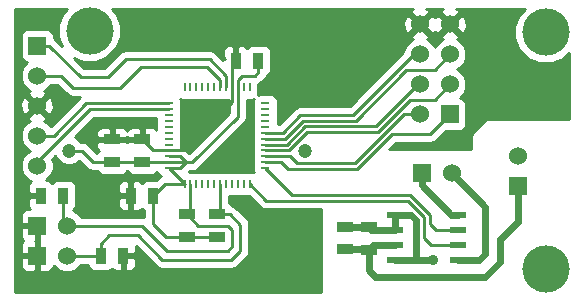
<source format=gtl>
G04 (created by PCBNEW (2013-jul-07)-stable) date Ср. 13 мая 2015 13:25:06*
%MOIN*%
G04 Gerber Fmt 3.4, Leading zero omitted, Abs format*
%FSLAX34Y34*%
G01*
G70*
G90*
G04 APERTURE LIST*
%ADD10C,0.00590551*%
%ADD11R,0.055X0.035*%
%ADD12R,0.035X0.055*%
%ADD13R,0.06X0.06*%
%ADD14C,0.06*%
%ADD15R,0.0315X0.0098*%
%ADD16R,0.0315X0.0099*%
%ADD17R,0.0098X0.0315*%
%ADD18R,0.0099X0.0315*%
%ADD19C,0.0472441*%
%ADD20C,0.15748*%
%ADD21R,0.0551X0.0236*%
%ADD22C,0.0354331*%
%ADD23C,0.00984252*%
%ADD24C,0.023622*%
%ADD25C,0.01*%
G04 APERTURE END LIST*
G54D10*
G54D11*
X49000Y-18125D03*
X49000Y-18875D03*
X48000Y-18125D03*
X48000Y-18875D03*
X45500Y-16375D03*
X45500Y-15625D03*
G54D12*
X49625Y-13000D03*
X50375Y-13000D03*
X46125Y-17500D03*
X46875Y-17500D03*
G54D11*
X46500Y-15625D03*
X46500Y-16375D03*
G54D12*
X43125Y-17500D03*
X43875Y-17500D03*
X45875Y-19500D03*
X45125Y-19500D03*
G54D13*
X43000Y-12500D03*
G54D14*
X43000Y-13500D03*
X43000Y-14500D03*
X43000Y-15500D03*
X43000Y-16500D03*
G54D13*
X43000Y-18500D03*
G54D14*
X44000Y-18500D03*
G54D13*
X43000Y-19500D03*
G54D14*
X44000Y-19500D03*
G54D13*
X59025Y-17180D03*
G54D14*
X59025Y-16180D03*
G54D13*
X55820Y-16745D03*
G54D14*
X56820Y-16745D03*
G54D15*
X47387Y-16582D03*
G54D16*
X47387Y-16385D03*
X47387Y-16188D03*
X47387Y-15991D03*
G54D15*
X47387Y-15795D03*
X47387Y-15598D03*
X47387Y-15402D03*
X47387Y-15205D03*
G54D16*
X47387Y-15009D03*
X47387Y-14812D03*
X47387Y-14615D03*
G54D15*
X47387Y-14418D03*
G54D17*
X47918Y-13887D03*
G54D18*
X48115Y-13887D03*
X48312Y-13887D03*
X48509Y-13887D03*
G54D17*
X48705Y-13887D03*
X48902Y-13887D03*
X49098Y-13887D03*
X49295Y-13887D03*
G54D18*
X49491Y-13887D03*
X49688Y-13887D03*
X49885Y-13887D03*
G54D17*
X50082Y-13887D03*
G54D15*
X50613Y-16582D03*
G54D16*
X50613Y-16385D03*
X50613Y-16188D03*
X50613Y-15991D03*
G54D15*
X50613Y-15795D03*
X50613Y-15598D03*
X50613Y-15402D03*
X50613Y-15205D03*
G54D16*
X50613Y-15009D03*
X50613Y-14812D03*
X50613Y-14615D03*
G54D15*
X50613Y-14418D03*
G54D17*
X47918Y-17113D03*
G54D18*
X48115Y-17113D03*
X48312Y-17113D03*
X48509Y-17113D03*
G54D17*
X48705Y-17113D03*
X48902Y-17113D03*
X49098Y-17113D03*
X49295Y-17113D03*
G54D18*
X49491Y-17113D03*
X49688Y-17113D03*
X49885Y-17113D03*
G54D17*
X50082Y-17113D03*
G54D19*
X44062Y-16000D03*
X51937Y-16000D03*
G54D20*
X59950Y-12050D03*
X59950Y-19950D03*
X44750Y-12000D03*
G54D21*
X57045Y-18135D03*
X54945Y-18135D03*
X57045Y-18635D03*
X57045Y-19135D03*
X57045Y-19635D03*
X54945Y-18635D03*
X54945Y-19135D03*
X54945Y-19635D03*
G54D11*
X53260Y-19290D03*
X53260Y-18540D03*
X54050Y-18550D03*
X54050Y-19300D03*
G54D13*
X56765Y-14790D03*
G54D14*
X55765Y-14790D03*
X56765Y-13790D03*
X55765Y-13790D03*
X56765Y-12790D03*
X55765Y-12790D03*
X56765Y-11790D03*
X55765Y-11790D03*
G54D22*
X56190Y-19650D03*
X49500Y-16000D03*
X46500Y-19750D03*
X42500Y-17500D03*
X48500Y-15000D03*
X48000Y-14500D03*
X49000Y-14500D03*
X48000Y-15500D03*
X45320Y-17660D03*
X49515Y-12300D03*
X44910Y-15600D03*
G54D23*
X50613Y-16385D02*
X51135Y-16385D01*
X56115Y-15440D02*
X56765Y-14790D01*
X54830Y-15440D02*
X56115Y-15440D01*
X53660Y-16610D02*
X54830Y-15440D01*
X51360Y-16610D02*
X53660Y-16610D01*
X51135Y-16385D02*
X51360Y-16610D01*
X50613Y-16188D02*
X51438Y-16188D01*
X55218Y-14790D02*
X55765Y-14790D01*
X53583Y-16424D02*
X55218Y-14790D01*
X51675Y-16424D02*
X53583Y-16424D01*
X51438Y-16188D02*
X51675Y-16424D01*
X50613Y-15991D02*
X51394Y-15991D01*
X56255Y-14300D02*
X56765Y-13790D01*
X55446Y-14300D02*
X56255Y-14300D01*
X54373Y-15373D02*
X55446Y-14300D01*
X52011Y-15373D02*
X54373Y-15373D01*
X51394Y-15991D02*
X52011Y-15373D01*
X50613Y-15795D02*
X51328Y-15795D01*
X55694Y-13790D02*
X55765Y-13790D01*
X54296Y-15188D02*
X55694Y-13790D01*
X51935Y-15188D02*
X54296Y-15188D01*
X51328Y-15795D02*
X51935Y-15188D01*
X50613Y-15598D02*
X51263Y-15598D01*
X56250Y-13305D02*
X56765Y-12790D01*
X55315Y-13305D02*
X56250Y-13305D01*
X53616Y-15003D02*
X55315Y-13305D01*
X51858Y-15003D02*
X53616Y-15003D01*
X51263Y-15598D02*
X51858Y-15003D01*
X50613Y-15402D02*
X51197Y-15402D01*
X55568Y-12790D02*
X55765Y-12790D01*
X53540Y-14818D02*
X55568Y-12790D01*
X51781Y-14818D02*
X53540Y-14818D01*
X51197Y-15402D02*
X51781Y-14818D01*
G54D24*
X57045Y-18135D02*
X56810Y-18135D01*
X55820Y-17145D02*
X55820Y-16745D01*
X56810Y-18135D02*
X55820Y-17145D01*
X57045Y-19635D02*
X57735Y-19635D01*
X57940Y-17865D02*
X56820Y-16745D01*
X57940Y-19430D02*
X57940Y-17865D01*
X57735Y-19635D02*
X57940Y-19430D01*
X56175Y-19635D02*
X55575Y-19635D01*
X56190Y-19650D02*
X56175Y-19635D01*
X54945Y-19635D02*
X55575Y-19635D01*
X55455Y-18135D02*
X54945Y-18135D01*
X55645Y-18325D02*
X55455Y-18135D01*
X55645Y-19565D02*
X55645Y-18325D01*
X55575Y-19635D02*
X55645Y-19565D01*
X54945Y-18135D02*
X54945Y-18635D01*
X54945Y-18635D02*
X54135Y-18635D01*
X54135Y-18635D02*
X54050Y-18550D01*
X53260Y-18540D02*
X54040Y-18540D01*
X54040Y-18540D02*
X54050Y-18550D01*
G54D23*
X45875Y-19500D02*
X46250Y-19500D01*
X46250Y-19500D02*
X46500Y-19750D01*
X43125Y-17500D02*
X42500Y-17500D01*
X48055Y-15805D02*
X48055Y-15555D01*
X48500Y-15000D02*
X48680Y-15180D01*
X49000Y-14500D02*
X48000Y-14500D01*
X48055Y-15555D02*
X48000Y-15500D01*
X46125Y-17500D02*
X45480Y-17500D01*
X45480Y-17500D02*
X45320Y-17660D01*
X49491Y-13887D02*
X49491Y-14369D01*
X49491Y-14369D02*
X48680Y-15180D01*
X47869Y-15991D02*
X47387Y-15991D01*
X48055Y-15805D02*
X47869Y-15991D01*
X49625Y-12410D02*
X49625Y-13000D01*
X49515Y-12300D02*
X49625Y-12410D01*
X44935Y-15625D02*
X45500Y-15625D01*
X44910Y-15600D02*
X44935Y-15625D01*
X49491Y-13887D02*
X49491Y-13134D01*
X49491Y-13134D02*
X49625Y-13000D01*
X46500Y-15625D02*
X45500Y-15625D01*
X47387Y-15991D02*
X46866Y-15991D01*
X46866Y-15991D02*
X46500Y-15625D01*
X57045Y-18635D02*
X56282Y-18635D01*
X51505Y-17474D02*
X50613Y-16582D01*
X55434Y-17474D02*
X51505Y-17474D01*
X56097Y-18137D02*
X55434Y-17474D01*
X56097Y-18450D02*
X56097Y-18137D01*
X56282Y-18635D02*
X56097Y-18450D01*
X57045Y-19135D02*
X56125Y-19135D01*
X50629Y-17660D02*
X50082Y-17113D01*
X55358Y-17660D02*
X50629Y-17660D01*
X55912Y-18214D02*
X55358Y-17660D01*
X55912Y-18922D02*
X55912Y-18214D01*
X56125Y-19135D02*
X55912Y-18922D01*
X43000Y-16500D02*
X43000Y-16380D01*
X44765Y-14615D02*
X47387Y-14615D01*
X43000Y-16380D02*
X44765Y-14615D01*
X44000Y-18500D02*
X46490Y-18500D01*
X48370Y-18495D02*
X48000Y-18125D01*
X49355Y-18495D02*
X48370Y-18495D01*
X49510Y-18650D02*
X49355Y-18495D01*
X49510Y-19180D02*
X49510Y-18650D01*
X49350Y-19340D02*
X49510Y-19180D01*
X47330Y-19340D02*
X49350Y-19340D01*
X46490Y-18500D02*
X47330Y-19340D01*
X43875Y-17500D02*
X43875Y-18375D01*
X43875Y-18375D02*
X44000Y-18500D01*
X48115Y-17113D02*
X48115Y-18010D01*
X48115Y-18010D02*
X48000Y-18125D01*
X47387Y-14418D02*
X44642Y-14418D01*
X43560Y-15500D02*
X43000Y-15500D01*
X44642Y-14418D02*
X43560Y-15500D01*
X45125Y-19500D02*
X45125Y-19105D01*
X49430Y-18125D02*
X49000Y-18125D01*
X49775Y-18470D02*
X49430Y-18125D01*
X49775Y-19335D02*
X49775Y-18470D01*
X49475Y-19635D02*
X49775Y-19335D01*
X47180Y-19635D02*
X49475Y-19635D01*
X46370Y-18825D02*
X47180Y-19635D01*
X45405Y-18825D02*
X46370Y-18825D01*
X45125Y-19105D02*
X45405Y-18825D01*
X45125Y-19500D02*
X44000Y-19500D01*
X49098Y-17113D02*
X49098Y-18027D01*
X49098Y-18027D02*
X49000Y-18125D01*
X49295Y-13887D02*
X49295Y-13495D01*
X43400Y-12500D02*
X43000Y-12500D01*
X44450Y-13550D02*
X43400Y-12500D01*
X45350Y-13550D02*
X44450Y-13550D01*
X45950Y-12950D02*
X45350Y-13550D01*
X48750Y-12950D02*
X45950Y-12950D01*
X49295Y-13495D02*
X48750Y-12950D01*
X43000Y-13500D02*
X43800Y-13500D01*
X49098Y-13648D02*
X49098Y-13887D01*
X48650Y-13200D02*
X49098Y-13648D01*
X46450Y-13200D02*
X48650Y-13200D01*
X45750Y-13900D02*
X46450Y-13200D01*
X44200Y-13900D02*
X45750Y-13900D01*
X43800Y-13500D02*
X44200Y-13900D01*
G54D24*
X59025Y-17180D02*
X59025Y-18365D01*
X54050Y-19990D02*
X54050Y-19300D01*
X54280Y-20220D02*
X54050Y-19990D01*
X57940Y-20220D02*
X54280Y-20220D01*
X58440Y-19720D02*
X57940Y-20220D01*
X58440Y-18950D02*
X58440Y-19720D01*
X59025Y-18365D02*
X58440Y-18950D01*
X54945Y-19135D02*
X54215Y-19135D01*
X54215Y-19135D02*
X54050Y-19300D01*
X53260Y-19290D02*
X54040Y-19290D01*
X54040Y-19290D02*
X54050Y-19300D01*
G54D23*
X47387Y-16582D02*
X47758Y-16582D01*
X47758Y-16582D02*
X47955Y-16385D01*
X47387Y-16188D02*
X47758Y-16188D01*
X47758Y-16188D02*
X47955Y-16385D01*
X46875Y-17500D02*
X46875Y-18445D01*
X47305Y-18875D02*
X48000Y-18875D01*
X46875Y-18445D02*
X47305Y-18875D01*
X49000Y-18875D02*
X48000Y-18875D01*
X44062Y-16000D02*
X44485Y-16000D01*
X44860Y-16375D02*
X45500Y-16375D01*
X44485Y-16000D02*
X44860Y-16375D01*
X49688Y-13887D02*
X49688Y-14862D01*
X48165Y-16385D02*
X47955Y-16385D01*
X49688Y-14862D02*
X48165Y-16385D01*
X47955Y-16385D02*
X47387Y-16385D01*
X47918Y-17113D02*
X47387Y-16582D01*
X47918Y-17113D02*
X47262Y-17113D01*
X47262Y-17113D02*
X46875Y-17500D01*
X49688Y-13887D02*
X49688Y-13627D01*
X50375Y-13390D02*
X50375Y-13000D01*
X50270Y-13495D02*
X50375Y-13390D01*
X49820Y-13495D02*
X50270Y-13495D01*
X49688Y-13627D02*
X49820Y-13495D01*
X46500Y-16375D02*
X45500Y-16375D01*
X47387Y-16385D02*
X46510Y-16385D01*
X46510Y-16385D02*
X46500Y-16375D01*
G54D10*
G36*
X46979Y-15108D02*
X46979Y-15205D01*
X46979Y-15300D01*
X46916Y-15238D01*
X46824Y-15200D01*
X46725Y-15199D01*
X46612Y-15200D01*
X46550Y-15262D01*
X46550Y-15575D01*
X46557Y-15575D01*
X46557Y-15675D01*
X46550Y-15675D01*
X46550Y-15682D01*
X46450Y-15682D01*
X46450Y-15675D01*
X46450Y-15575D01*
X46450Y-15262D01*
X46387Y-15200D01*
X46274Y-15199D01*
X46175Y-15200D01*
X46083Y-15238D01*
X46012Y-15308D01*
X46000Y-15339D01*
X45987Y-15308D01*
X45916Y-15238D01*
X45824Y-15200D01*
X45725Y-15199D01*
X45612Y-15200D01*
X45550Y-15262D01*
X45550Y-15575D01*
X45962Y-15575D01*
X46000Y-15537D01*
X46037Y-15575D01*
X46450Y-15575D01*
X46450Y-15675D01*
X46037Y-15675D01*
X46000Y-15712D01*
X45962Y-15675D01*
X45550Y-15675D01*
X45550Y-15682D01*
X45450Y-15682D01*
X45450Y-15675D01*
X45450Y-15575D01*
X45450Y-15262D01*
X45387Y-15200D01*
X45274Y-15199D01*
X45175Y-15200D01*
X45083Y-15238D01*
X45012Y-15308D01*
X44974Y-15400D01*
X44975Y-15512D01*
X45037Y-15575D01*
X45450Y-15575D01*
X45450Y-15675D01*
X45037Y-15675D01*
X44975Y-15737D01*
X44974Y-15849D01*
X45012Y-15941D01*
X45071Y-16000D01*
X45013Y-16058D01*
X45005Y-16075D01*
X44983Y-16075D01*
X44696Y-15788D01*
X44599Y-15723D01*
X44485Y-15700D01*
X44451Y-15700D01*
X44338Y-15588D01*
X44251Y-15551D01*
X44888Y-14914D01*
X46979Y-14914D01*
X46979Y-15009D01*
X46979Y-15108D01*
X46979Y-15108D01*
X46979Y-15108D01*
G37*
G54D25*
X46979Y-15108D02*
X46979Y-15205D01*
X46979Y-15300D01*
X46916Y-15238D01*
X46824Y-15200D01*
X46725Y-15199D01*
X46612Y-15200D01*
X46550Y-15262D01*
X46550Y-15575D01*
X46557Y-15575D01*
X46557Y-15675D01*
X46550Y-15675D01*
X46550Y-15682D01*
X46450Y-15682D01*
X46450Y-15675D01*
X46450Y-15575D01*
X46450Y-15262D01*
X46387Y-15200D01*
X46274Y-15199D01*
X46175Y-15200D01*
X46083Y-15238D01*
X46012Y-15308D01*
X46000Y-15339D01*
X45987Y-15308D01*
X45916Y-15238D01*
X45824Y-15200D01*
X45725Y-15199D01*
X45612Y-15200D01*
X45550Y-15262D01*
X45550Y-15575D01*
X45962Y-15575D01*
X46000Y-15537D01*
X46037Y-15575D01*
X46450Y-15575D01*
X46450Y-15675D01*
X46037Y-15675D01*
X46000Y-15712D01*
X45962Y-15675D01*
X45550Y-15675D01*
X45550Y-15682D01*
X45450Y-15682D01*
X45450Y-15675D01*
X45450Y-15575D01*
X45450Y-15262D01*
X45387Y-15200D01*
X45274Y-15199D01*
X45175Y-15200D01*
X45083Y-15238D01*
X45012Y-15308D01*
X44974Y-15400D01*
X44975Y-15512D01*
X45037Y-15575D01*
X45450Y-15575D01*
X45450Y-15675D01*
X45037Y-15675D01*
X44975Y-15737D01*
X44974Y-15849D01*
X45012Y-15941D01*
X45071Y-16000D01*
X45013Y-16058D01*
X45005Y-16075D01*
X44983Y-16075D01*
X44696Y-15788D01*
X44599Y-15723D01*
X44485Y-15700D01*
X44451Y-15700D01*
X44338Y-15588D01*
X44251Y-15551D01*
X44888Y-14914D01*
X46979Y-14914D01*
X46979Y-15009D01*
X46979Y-15108D01*
X46979Y-15108D01*
G54D10*
G36*
X47118Y-16855D02*
X47115Y-16858D01*
X47050Y-16901D01*
X46976Y-16974D01*
X46650Y-16974D01*
X46558Y-17012D01*
X46500Y-17071D01*
X46441Y-17012D01*
X46349Y-16974D01*
X46237Y-16975D01*
X46175Y-17037D01*
X46175Y-17450D01*
X46182Y-17450D01*
X46182Y-17550D01*
X46175Y-17550D01*
X46175Y-17962D01*
X46237Y-18025D01*
X46349Y-18025D01*
X46441Y-17987D01*
X46500Y-17928D01*
X46558Y-17986D01*
X46575Y-17994D01*
X46575Y-18217D01*
X46490Y-18200D01*
X46075Y-18200D01*
X46075Y-17962D01*
X46075Y-17550D01*
X46075Y-17450D01*
X46075Y-17037D01*
X46012Y-16975D01*
X45900Y-16974D01*
X45808Y-17012D01*
X45738Y-17083D01*
X45700Y-17175D01*
X45699Y-17274D01*
X45700Y-17387D01*
X45762Y-17450D01*
X46075Y-17450D01*
X46075Y-17550D01*
X45762Y-17550D01*
X45700Y-17612D01*
X45699Y-17725D01*
X45700Y-17824D01*
X45738Y-17916D01*
X45808Y-17987D01*
X45900Y-18025D01*
X46012Y-18025D01*
X46075Y-17962D01*
X46075Y-18200D01*
X44471Y-18200D01*
X44466Y-18188D01*
X44311Y-18034D01*
X44193Y-17984D01*
X44261Y-17916D01*
X44299Y-17824D01*
X44300Y-17725D01*
X44300Y-17175D01*
X44262Y-17083D01*
X44191Y-17013D01*
X44099Y-16975D01*
X44000Y-16974D01*
X43650Y-16974D01*
X43558Y-17012D01*
X43500Y-17071D01*
X43441Y-17012D01*
X43349Y-16974D01*
X43290Y-16974D01*
X43311Y-16966D01*
X43465Y-16811D01*
X43549Y-16609D01*
X43550Y-16391D01*
X43509Y-16293D01*
X43614Y-16188D01*
X43650Y-16275D01*
X43787Y-16411D01*
X43965Y-16486D01*
X44159Y-16486D01*
X44338Y-16412D01*
X44406Y-16344D01*
X44648Y-16586D01*
X44745Y-16651D01*
X44745Y-16651D01*
X44764Y-16655D01*
X44860Y-16674D01*
X45005Y-16674D01*
X45012Y-16691D01*
X45083Y-16761D01*
X45175Y-16799D01*
X45274Y-16800D01*
X45824Y-16800D01*
X45916Y-16762D01*
X45986Y-16691D01*
X45994Y-16674D01*
X46005Y-16674D01*
X46012Y-16691D01*
X46083Y-16761D01*
X46175Y-16799D01*
X46274Y-16800D01*
X46824Y-16800D01*
X46916Y-16762D01*
X46984Y-16693D01*
X47017Y-16772D01*
X47087Y-16842D01*
X47118Y-16855D01*
X47118Y-16855D01*
G37*
G54D25*
X47118Y-16855D02*
X47115Y-16858D01*
X47050Y-16901D01*
X46976Y-16974D01*
X46650Y-16974D01*
X46558Y-17012D01*
X46500Y-17071D01*
X46441Y-17012D01*
X46349Y-16974D01*
X46237Y-16975D01*
X46175Y-17037D01*
X46175Y-17450D01*
X46182Y-17450D01*
X46182Y-17550D01*
X46175Y-17550D01*
X46175Y-17962D01*
X46237Y-18025D01*
X46349Y-18025D01*
X46441Y-17987D01*
X46500Y-17928D01*
X46558Y-17986D01*
X46575Y-17994D01*
X46575Y-18217D01*
X46490Y-18200D01*
X46075Y-18200D01*
X46075Y-17962D01*
X46075Y-17550D01*
X46075Y-17450D01*
X46075Y-17037D01*
X46012Y-16975D01*
X45900Y-16974D01*
X45808Y-17012D01*
X45738Y-17083D01*
X45700Y-17175D01*
X45699Y-17274D01*
X45700Y-17387D01*
X45762Y-17450D01*
X46075Y-17450D01*
X46075Y-17550D01*
X45762Y-17550D01*
X45700Y-17612D01*
X45699Y-17725D01*
X45700Y-17824D01*
X45738Y-17916D01*
X45808Y-17987D01*
X45900Y-18025D01*
X46012Y-18025D01*
X46075Y-17962D01*
X46075Y-18200D01*
X44471Y-18200D01*
X44466Y-18188D01*
X44311Y-18034D01*
X44193Y-17984D01*
X44261Y-17916D01*
X44299Y-17824D01*
X44300Y-17725D01*
X44300Y-17175D01*
X44262Y-17083D01*
X44191Y-17013D01*
X44099Y-16975D01*
X44000Y-16974D01*
X43650Y-16974D01*
X43558Y-17012D01*
X43500Y-17071D01*
X43441Y-17012D01*
X43349Y-16974D01*
X43290Y-16974D01*
X43311Y-16966D01*
X43465Y-16811D01*
X43549Y-16609D01*
X43550Y-16391D01*
X43509Y-16293D01*
X43614Y-16188D01*
X43650Y-16275D01*
X43787Y-16411D01*
X43965Y-16486D01*
X44159Y-16486D01*
X44338Y-16412D01*
X44406Y-16344D01*
X44648Y-16586D01*
X44745Y-16651D01*
X44745Y-16651D01*
X44764Y-16655D01*
X44860Y-16674D01*
X45005Y-16674D01*
X45012Y-16691D01*
X45083Y-16761D01*
X45175Y-16799D01*
X45274Y-16800D01*
X45824Y-16800D01*
X45916Y-16762D01*
X45986Y-16691D01*
X45994Y-16674D01*
X46005Y-16674D01*
X46012Y-16691D01*
X46083Y-16761D01*
X46175Y-16799D01*
X46274Y-16800D01*
X46824Y-16800D01*
X46916Y-16762D01*
X46984Y-16693D01*
X47017Y-16772D01*
X47087Y-16842D01*
X47118Y-16855D01*
G54D10*
G36*
X49388Y-14738D02*
X48060Y-16066D01*
X47969Y-15976D01*
X47872Y-15911D01*
X47794Y-15896D01*
X47794Y-15892D01*
X47794Y-15794D01*
X47794Y-15696D01*
X47794Y-15696D01*
X47794Y-15597D01*
X47794Y-15499D01*
X47794Y-15499D01*
X47794Y-15401D01*
X47794Y-15303D01*
X47794Y-15303D01*
X47794Y-15204D01*
X47794Y-15106D01*
X47794Y-15106D01*
X47794Y-15008D01*
X47794Y-14909D01*
X47794Y-14909D01*
X47794Y-14811D01*
X47794Y-14712D01*
X47794Y-14712D01*
X47794Y-14614D01*
X47794Y-14515D01*
X47794Y-14515D01*
X47794Y-14417D01*
X47794Y-14319D01*
X47776Y-14276D01*
X47819Y-14294D01*
X47918Y-14294D01*
X48016Y-14294D01*
X48016Y-14294D01*
X48115Y-14294D01*
X48214Y-14294D01*
X48214Y-14294D01*
X48312Y-14294D01*
X48411Y-14294D01*
X48411Y-14294D01*
X48509Y-14294D01*
X48608Y-14294D01*
X48608Y-14294D01*
X48705Y-14294D01*
X48803Y-14294D01*
X48803Y-14294D01*
X48902Y-14294D01*
X49000Y-14294D01*
X49000Y-14294D01*
X49098Y-14294D01*
X49196Y-14294D01*
X49196Y-14294D01*
X49295Y-14294D01*
X49388Y-14294D01*
X49388Y-14738D01*
X49388Y-14738D01*
G37*
G54D25*
X49388Y-14738D02*
X48060Y-16066D01*
X47969Y-15976D01*
X47872Y-15911D01*
X47794Y-15896D01*
X47794Y-15892D01*
X47794Y-15794D01*
X47794Y-15696D01*
X47794Y-15696D01*
X47794Y-15597D01*
X47794Y-15499D01*
X47794Y-15499D01*
X47794Y-15401D01*
X47794Y-15303D01*
X47794Y-15303D01*
X47794Y-15204D01*
X47794Y-15106D01*
X47794Y-15106D01*
X47794Y-15008D01*
X47794Y-14909D01*
X47794Y-14909D01*
X47794Y-14811D01*
X47794Y-14712D01*
X47794Y-14712D01*
X47794Y-14614D01*
X47794Y-14515D01*
X47794Y-14515D01*
X47794Y-14417D01*
X47794Y-14319D01*
X47776Y-14276D01*
X47819Y-14294D01*
X47918Y-14294D01*
X48016Y-14294D01*
X48016Y-14294D01*
X48115Y-14294D01*
X48214Y-14294D01*
X48214Y-14294D01*
X48312Y-14294D01*
X48411Y-14294D01*
X48411Y-14294D01*
X48509Y-14294D01*
X48608Y-14294D01*
X48608Y-14294D01*
X48705Y-14294D01*
X48803Y-14294D01*
X48803Y-14294D01*
X48902Y-14294D01*
X49000Y-14294D01*
X49000Y-14294D01*
X49098Y-14294D01*
X49196Y-14294D01*
X49196Y-14294D01*
X49295Y-14294D01*
X49388Y-14294D01*
X49388Y-14738D01*
G54D10*
G36*
X50223Y-16723D02*
X50180Y-16705D01*
X50081Y-16705D01*
X49983Y-16705D01*
X49983Y-16705D01*
X49884Y-16705D01*
X49785Y-16705D01*
X49785Y-16705D01*
X49687Y-16705D01*
X49588Y-16705D01*
X49588Y-16705D01*
X49490Y-16705D01*
X49391Y-16705D01*
X49391Y-16705D01*
X49294Y-16705D01*
X49196Y-16705D01*
X49196Y-16705D01*
X49097Y-16705D01*
X48999Y-16705D01*
X48999Y-16705D01*
X48901Y-16705D01*
X48803Y-16705D01*
X48803Y-16705D01*
X48704Y-16705D01*
X48606Y-16705D01*
X48606Y-16705D01*
X48508Y-16705D01*
X48409Y-16705D01*
X48409Y-16705D01*
X48311Y-16705D01*
X48212Y-16705D01*
X48212Y-16705D01*
X48114Y-16705D01*
X48057Y-16705D01*
X48078Y-16684D01*
X48165Y-16684D01*
X48279Y-16661D01*
X48376Y-16596D01*
X49899Y-15073D01*
X49964Y-14976D01*
X49987Y-14862D01*
X49987Y-14294D01*
X50082Y-14294D01*
X50180Y-14294D01*
X50223Y-14276D01*
X50205Y-14319D01*
X50205Y-14418D01*
X50205Y-14516D01*
X50205Y-14516D01*
X50205Y-14615D01*
X50205Y-14714D01*
X50205Y-14714D01*
X50205Y-14812D01*
X50205Y-14911D01*
X50205Y-14911D01*
X50205Y-15009D01*
X50205Y-15108D01*
X50205Y-15108D01*
X50205Y-15205D01*
X50205Y-15303D01*
X50205Y-15303D01*
X50205Y-15402D01*
X50205Y-15500D01*
X50205Y-15500D01*
X50205Y-15598D01*
X50205Y-15696D01*
X50205Y-15696D01*
X50205Y-15795D01*
X50205Y-15893D01*
X50205Y-15893D01*
X50205Y-15991D01*
X50205Y-16090D01*
X50205Y-16090D01*
X50205Y-16188D01*
X50205Y-16287D01*
X50205Y-16287D01*
X50205Y-16385D01*
X50205Y-16484D01*
X50205Y-16484D01*
X50205Y-16582D01*
X50205Y-16680D01*
X50223Y-16723D01*
X50223Y-16723D01*
G37*
G54D25*
X50223Y-16723D02*
X50180Y-16705D01*
X50081Y-16705D01*
X49983Y-16705D01*
X49983Y-16705D01*
X49884Y-16705D01*
X49785Y-16705D01*
X49785Y-16705D01*
X49687Y-16705D01*
X49588Y-16705D01*
X49588Y-16705D01*
X49490Y-16705D01*
X49391Y-16705D01*
X49391Y-16705D01*
X49294Y-16705D01*
X49196Y-16705D01*
X49196Y-16705D01*
X49097Y-16705D01*
X48999Y-16705D01*
X48999Y-16705D01*
X48901Y-16705D01*
X48803Y-16705D01*
X48803Y-16705D01*
X48704Y-16705D01*
X48606Y-16705D01*
X48606Y-16705D01*
X48508Y-16705D01*
X48409Y-16705D01*
X48409Y-16705D01*
X48311Y-16705D01*
X48212Y-16705D01*
X48212Y-16705D01*
X48114Y-16705D01*
X48057Y-16705D01*
X48078Y-16684D01*
X48165Y-16684D01*
X48279Y-16661D01*
X48376Y-16596D01*
X49899Y-15073D01*
X49964Y-14976D01*
X49987Y-14862D01*
X49987Y-14294D01*
X50082Y-14294D01*
X50180Y-14294D01*
X50223Y-14276D01*
X50205Y-14319D01*
X50205Y-14418D01*
X50205Y-14516D01*
X50205Y-14516D01*
X50205Y-14615D01*
X50205Y-14714D01*
X50205Y-14714D01*
X50205Y-14812D01*
X50205Y-14911D01*
X50205Y-14911D01*
X50205Y-15009D01*
X50205Y-15108D01*
X50205Y-15108D01*
X50205Y-15205D01*
X50205Y-15303D01*
X50205Y-15303D01*
X50205Y-15402D01*
X50205Y-15500D01*
X50205Y-15500D01*
X50205Y-15598D01*
X50205Y-15696D01*
X50205Y-15696D01*
X50205Y-15795D01*
X50205Y-15893D01*
X50205Y-15893D01*
X50205Y-15991D01*
X50205Y-16090D01*
X50205Y-16090D01*
X50205Y-16188D01*
X50205Y-16287D01*
X50205Y-16287D01*
X50205Y-16385D01*
X50205Y-16484D01*
X50205Y-16484D01*
X50205Y-16582D01*
X50205Y-16680D01*
X50223Y-16723D01*
G54D10*
G36*
X52013Y-16005D02*
X51942Y-16076D01*
X51937Y-16070D01*
X51931Y-16076D01*
X51860Y-16005D01*
X51866Y-16000D01*
X51860Y-15994D01*
X51931Y-15923D01*
X51937Y-15929D01*
X51942Y-15923D01*
X52013Y-15994D01*
X52007Y-16000D01*
X52013Y-16005D01*
X52013Y-16005D01*
G37*
G54D25*
X52013Y-16005D02*
X51942Y-16076D01*
X51937Y-16070D01*
X51931Y-16076D01*
X51860Y-16005D01*
X51866Y-16000D01*
X51860Y-15994D01*
X51931Y-15923D01*
X51937Y-15929D01*
X51942Y-15923D01*
X52013Y-15994D01*
X52007Y-16000D01*
X52013Y-16005D01*
G54D10*
G36*
X52450Y-20720D02*
X46300Y-20720D01*
X46300Y-19725D01*
X46300Y-19612D01*
X46237Y-19550D01*
X45925Y-19550D01*
X45925Y-19962D01*
X45987Y-20025D01*
X46099Y-20025D01*
X46191Y-19987D01*
X46261Y-19916D01*
X46299Y-19824D01*
X46300Y-19725D01*
X46300Y-20720D01*
X42950Y-20720D01*
X42950Y-19987D01*
X42950Y-19550D01*
X42950Y-19450D01*
X42950Y-19012D01*
X42937Y-19000D01*
X42950Y-18987D01*
X42950Y-18550D01*
X42512Y-18550D01*
X42450Y-18612D01*
X42449Y-18750D01*
X42450Y-18849D01*
X42488Y-18941D01*
X42546Y-19000D01*
X42488Y-19058D01*
X42450Y-19150D01*
X42449Y-19249D01*
X42450Y-19387D01*
X42512Y-19450D01*
X42950Y-19450D01*
X42950Y-19550D01*
X42512Y-19550D01*
X42450Y-19612D01*
X42449Y-19750D01*
X42450Y-19849D01*
X42488Y-19941D01*
X42558Y-20012D01*
X42650Y-20050D01*
X42887Y-20050D01*
X42950Y-19987D01*
X42950Y-20720D01*
X42279Y-20720D01*
X42279Y-11279D01*
X44003Y-11279D01*
X43871Y-11411D01*
X43712Y-11792D01*
X43712Y-12205D01*
X43841Y-12518D01*
X43611Y-12288D01*
X43550Y-12247D01*
X43550Y-12150D01*
X43512Y-12058D01*
X43441Y-11988D01*
X43349Y-11950D01*
X43250Y-11949D01*
X42650Y-11949D01*
X42558Y-11987D01*
X42488Y-12058D01*
X42450Y-12150D01*
X42449Y-12249D01*
X42449Y-12849D01*
X42487Y-12941D01*
X42558Y-13011D01*
X42650Y-13049D01*
X42672Y-13049D01*
X42534Y-13188D01*
X42450Y-13390D01*
X42449Y-13608D01*
X42533Y-13811D01*
X42688Y-13965D01*
X42763Y-13997D01*
X42712Y-14018D01*
X42684Y-14114D01*
X43000Y-14429D01*
X43315Y-14114D01*
X43287Y-14018D01*
X43232Y-13999D01*
X43311Y-13966D01*
X43465Y-13811D01*
X43471Y-13799D01*
X43676Y-13799D01*
X43988Y-14111D01*
X43988Y-14111D01*
X44085Y-14176D01*
X44085Y-14176D01*
X44199Y-14199D01*
X44200Y-14199D01*
X44441Y-14199D01*
X44430Y-14206D01*
X43554Y-15082D01*
X43554Y-14581D01*
X43543Y-14363D01*
X43481Y-14212D01*
X43385Y-14184D01*
X43070Y-14500D01*
X43385Y-14815D01*
X43481Y-14787D01*
X43554Y-14581D01*
X43554Y-15082D01*
X43457Y-15179D01*
X43311Y-15034D01*
X43236Y-15002D01*
X43287Y-14981D01*
X43315Y-14885D01*
X43000Y-14570D01*
X42929Y-14641D01*
X42929Y-14500D01*
X42614Y-14184D01*
X42518Y-14212D01*
X42445Y-14418D01*
X42456Y-14636D01*
X42518Y-14787D01*
X42614Y-14815D01*
X42929Y-14500D01*
X42929Y-14641D01*
X42684Y-14885D01*
X42712Y-14981D01*
X42767Y-15000D01*
X42688Y-15033D01*
X42534Y-15188D01*
X42450Y-15390D01*
X42449Y-15608D01*
X42533Y-15811D01*
X42688Y-15965D01*
X42769Y-15999D01*
X42688Y-16033D01*
X42534Y-16188D01*
X42450Y-16390D01*
X42449Y-16608D01*
X42533Y-16811D01*
X42688Y-16965D01*
X42806Y-17015D01*
X42738Y-17083D01*
X42700Y-17175D01*
X42699Y-17274D01*
X42700Y-17387D01*
X42762Y-17450D01*
X43075Y-17450D01*
X43075Y-17442D01*
X43175Y-17442D01*
X43175Y-17450D01*
X43182Y-17450D01*
X43182Y-17550D01*
X43175Y-17550D01*
X43175Y-17557D01*
X43075Y-17557D01*
X43075Y-17550D01*
X42762Y-17550D01*
X42700Y-17612D01*
X42699Y-17725D01*
X42700Y-17824D01*
X42738Y-17916D01*
X42771Y-17949D01*
X42650Y-17949D01*
X42558Y-17987D01*
X42488Y-18058D01*
X42450Y-18150D01*
X42449Y-18249D01*
X42450Y-18387D01*
X42512Y-18450D01*
X42950Y-18450D01*
X42950Y-18442D01*
X43050Y-18442D01*
X43050Y-18450D01*
X43057Y-18450D01*
X43057Y-18550D01*
X43050Y-18550D01*
X43050Y-18987D01*
X43062Y-19000D01*
X43050Y-19012D01*
X43050Y-19450D01*
X43057Y-19450D01*
X43057Y-19550D01*
X43050Y-19550D01*
X43050Y-19987D01*
X43112Y-20050D01*
X43349Y-20050D01*
X43441Y-20012D01*
X43511Y-19941D01*
X43549Y-19849D01*
X43549Y-19827D01*
X43688Y-19965D01*
X43890Y-20049D01*
X44108Y-20050D01*
X44311Y-19966D01*
X44465Y-19811D01*
X44471Y-19799D01*
X44699Y-19799D01*
X44699Y-19824D01*
X44737Y-19916D01*
X44808Y-19986D01*
X44900Y-20024D01*
X44999Y-20025D01*
X45349Y-20025D01*
X45441Y-19987D01*
X45500Y-19928D01*
X45558Y-19987D01*
X45650Y-20025D01*
X45762Y-20025D01*
X45825Y-19962D01*
X45825Y-19550D01*
X45817Y-19550D01*
X45817Y-19450D01*
X45825Y-19450D01*
X45825Y-19442D01*
X45925Y-19442D01*
X45925Y-19450D01*
X46237Y-19450D01*
X46300Y-19387D01*
X46300Y-19274D01*
X46299Y-19178D01*
X46968Y-19846D01*
X46968Y-19846D01*
X47065Y-19911D01*
X47065Y-19911D01*
X47179Y-19934D01*
X47180Y-19934D01*
X49475Y-19934D01*
X49589Y-19911D01*
X49686Y-19846D01*
X49986Y-19546D01*
X49986Y-19546D01*
X50029Y-19481D01*
X50051Y-19449D01*
X50051Y-19449D01*
X50074Y-19335D01*
X50074Y-19335D01*
X50074Y-18470D01*
X50051Y-18355D01*
X50051Y-18355D01*
X49986Y-18258D01*
X49641Y-17913D01*
X49544Y-17848D01*
X49499Y-17839D01*
X49487Y-17808D01*
X49416Y-17738D01*
X49397Y-17730D01*
X49397Y-17520D01*
X49491Y-17520D01*
X49590Y-17520D01*
X49590Y-17520D01*
X49688Y-17520D01*
X49787Y-17520D01*
X49787Y-17520D01*
X49885Y-17520D01*
X49984Y-17520D01*
X49984Y-17520D01*
X50066Y-17520D01*
X50417Y-17871D01*
X50514Y-17936D01*
X50629Y-17959D01*
X52450Y-17959D01*
X52450Y-20720D01*
X52450Y-20720D01*
G37*
G54D25*
X52450Y-20720D02*
X46300Y-20720D01*
X46300Y-19725D01*
X46300Y-19612D01*
X46237Y-19550D01*
X45925Y-19550D01*
X45925Y-19962D01*
X45987Y-20025D01*
X46099Y-20025D01*
X46191Y-19987D01*
X46261Y-19916D01*
X46299Y-19824D01*
X46300Y-19725D01*
X46300Y-20720D01*
X42950Y-20720D01*
X42950Y-19987D01*
X42950Y-19550D01*
X42950Y-19450D01*
X42950Y-19012D01*
X42937Y-19000D01*
X42950Y-18987D01*
X42950Y-18550D01*
X42512Y-18550D01*
X42450Y-18612D01*
X42449Y-18750D01*
X42450Y-18849D01*
X42488Y-18941D01*
X42546Y-19000D01*
X42488Y-19058D01*
X42450Y-19150D01*
X42449Y-19249D01*
X42450Y-19387D01*
X42512Y-19450D01*
X42950Y-19450D01*
X42950Y-19550D01*
X42512Y-19550D01*
X42450Y-19612D01*
X42449Y-19750D01*
X42450Y-19849D01*
X42488Y-19941D01*
X42558Y-20012D01*
X42650Y-20050D01*
X42887Y-20050D01*
X42950Y-19987D01*
X42950Y-20720D01*
X42279Y-20720D01*
X42279Y-11279D01*
X44003Y-11279D01*
X43871Y-11411D01*
X43712Y-11792D01*
X43712Y-12205D01*
X43841Y-12518D01*
X43611Y-12288D01*
X43550Y-12247D01*
X43550Y-12150D01*
X43512Y-12058D01*
X43441Y-11988D01*
X43349Y-11950D01*
X43250Y-11949D01*
X42650Y-11949D01*
X42558Y-11987D01*
X42488Y-12058D01*
X42450Y-12150D01*
X42449Y-12249D01*
X42449Y-12849D01*
X42487Y-12941D01*
X42558Y-13011D01*
X42650Y-13049D01*
X42672Y-13049D01*
X42534Y-13188D01*
X42450Y-13390D01*
X42449Y-13608D01*
X42533Y-13811D01*
X42688Y-13965D01*
X42763Y-13997D01*
X42712Y-14018D01*
X42684Y-14114D01*
X43000Y-14429D01*
X43315Y-14114D01*
X43287Y-14018D01*
X43232Y-13999D01*
X43311Y-13966D01*
X43465Y-13811D01*
X43471Y-13799D01*
X43676Y-13799D01*
X43988Y-14111D01*
X43988Y-14111D01*
X44085Y-14176D01*
X44085Y-14176D01*
X44199Y-14199D01*
X44200Y-14199D01*
X44441Y-14199D01*
X44430Y-14206D01*
X43554Y-15082D01*
X43554Y-14581D01*
X43543Y-14363D01*
X43481Y-14212D01*
X43385Y-14184D01*
X43070Y-14500D01*
X43385Y-14815D01*
X43481Y-14787D01*
X43554Y-14581D01*
X43554Y-15082D01*
X43457Y-15179D01*
X43311Y-15034D01*
X43236Y-15002D01*
X43287Y-14981D01*
X43315Y-14885D01*
X43000Y-14570D01*
X42929Y-14641D01*
X42929Y-14500D01*
X42614Y-14184D01*
X42518Y-14212D01*
X42445Y-14418D01*
X42456Y-14636D01*
X42518Y-14787D01*
X42614Y-14815D01*
X42929Y-14500D01*
X42929Y-14641D01*
X42684Y-14885D01*
X42712Y-14981D01*
X42767Y-15000D01*
X42688Y-15033D01*
X42534Y-15188D01*
X42450Y-15390D01*
X42449Y-15608D01*
X42533Y-15811D01*
X42688Y-15965D01*
X42769Y-15999D01*
X42688Y-16033D01*
X42534Y-16188D01*
X42450Y-16390D01*
X42449Y-16608D01*
X42533Y-16811D01*
X42688Y-16965D01*
X42806Y-17015D01*
X42738Y-17083D01*
X42700Y-17175D01*
X42699Y-17274D01*
X42700Y-17387D01*
X42762Y-17450D01*
X43075Y-17450D01*
X43075Y-17442D01*
X43175Y-17442D01*
X43175Y-17450D01*
X43182Y-17450D01*
X43182Y-17550D01*
X43175Y-17550D01*
X43175Y-17557D01*
X43075Y-17557D01*
X43075Y-17550D01*
X42762Y-17550D01*
X42700Y-17612D01*
X42699Y-17725D01*
X42700Y-17824D01*
X42738Y-17916D01*
X42771Y-17949D01*
X42650Y-17949D01*
X42558Y-17987D01*
X42488Y-18058D01*
X42450Y-18150D01*
X42449Y-18249D01*
X42450Y-18387D01*
X42512Y-18450D01*
X42950Y-18450D01*
X42950Y-18442D01*
X43050Y-18442D01*
X43050Y-18450D01*
X43057Y-18450D01*
X43057Y-18550D01*
X43050Y-18550D01*
X43050Y-18987D01*
X43062Y-19000D01*
X43050Y-19012D01*
X43050Y-19450D01*
X43057Y-19450D01*
X43057Y-19550D01*
X43050Y-19550D01*
X43050Y-19987D01*
X43112Y-20050D01*
X43349Y-20050D01*
X43441Y-20012D01*
X43511Y-19941D01*
X43549Y-19849D01*
X43549Y-19827D01*
X43688Y-19965D01*
X43890Y-20049D01*
X44108Y-20050D01*
X44311Y-19966D01*
X44465Y-19811D01*
X44471Y-19799D01*
X44699Y-19799D01*
X44699Y-19824D01*
X44737Y-19916D01*
X44808Y-19986D01*
X44900Y-20024D01*
X44999Y-20025D01*
X45349Y-20025D01*
X45441Y-19987D01*
X45500Y-19928D01*
X45558Y-19987D01*
X45650Y-20025D01*
X45762Y-20025D01*
X45825Y-19962D01*
X45825Y-19550D01*
X45817Y-19550D01*
X45817Y-19450D01*
X45825Y-19450D01*
X45825Y-19442D01*
X45925Y-19442D01*
X45925Y-19450D01*
X46237Y-19450D01*
X46300Y-19387D01*
X46300Y-19274D01*
X46299Y-19178D01*
X46968Y-19846D01*
X46968Y-19846D01*
X47065Y-19911D01*
X47065Y-19911D01*
X47179Y-19934D01*
X47180Y-19934D01*
X49475Y-19934D01*
X49589Y-19911D01*
X49686Y-19846D01*
X49986Y-19546D01*
X49986Y-19546D01*
X50029Y-19481D01*
X50051Y-19449D01*
X50051Y-19449D01*
X50074Y-19335D01*
X50074Y-19335D01*
X50074Y-18470D01*
X50051Y-18355D01*
X50051Y-18355D01*
X49986Y-18258D01*
X49641Y-17913D01*
X49544Y-17848D01*
X49499Y-17839D01*
X49487Y-17808D01*
X49416Y-17738D01*
X49397Y-17730D01*
X49397Y-17520D01*
X49491Y-17520D01*
X49590Y-17520D01*
X49590Y-17520D01*
X49688Y-17520D01*
X49787Y-17520D01*
X49787Y-17520D01*
X49885Y-17520D01*
X49984Y-17520D01*
X49984Y-17520D01*
X50066Y-17520D01*
X50417Y-17871D01*
X50514Y-17936D01*
X50629Y-17959D01*
X52450Y-17959D01*
X52450Y-20720D01*
G54D10*
G36*
X60720Y-14950D02*
X57979Y-14950D01*
X57450Y-15479D01*
X57450Y-15950D01*
X57319Y-15950D01*
X57319Y-11871D01*
X57308Y-11653D01*
X57246Y-11502D01*
X57150Y-11474D01*
X56835Y-11790D01*
X57150Y-12105D01*
X57246Y-12077D01*
X57319Y-11871D01*
X57319Y-15950D01*
X54743Y-15950D01*
X54953Y-15739D01*
X56115Y-15739D01*
X56229Y-15716D01*
X56326Y-15651D01*
X56638Y-15340D01*
X57114Y-15340D01*
X57206Y-15302D01*
X57276Y-15231D01*
X57314Y-15139D01*
X57315Y-15040D01*
X57315Y-14440D01*
X57277Y-14348D01*
X57206Y-14278D01*
X57114Y-14240D01*
X57092Y-14240D01*
X57230Y-14101D01*
X57314Y-13899D01*
X57315Y-13681D01*
X57231Y-13478D01*
X57076Y-13324D01*
X56995Y-13290D01*
X57076Y-13256D01*
X57230Y-13101D01*
X57314Y-12899D01*
X57315Y-12681D01*
X57231Y-12478D01*
X57076Y-12324D01*
X57001Y-12292D01*
X57052Y-12271D01*
X57080Y-12175D01*
X56765Y-11860D01*
X56694Y-11931D01*
X56694Y-11790D01*
X56379Y-11474D01*
X56283Y-11502D01*
X56266Y-11550D01*
X56246Y-11502D01*
X56150Y-11474D01*
X55835Y-11790D01*
X56150Y-12105D01*
X56246Y-12077D01*
X56263Y-12029D01*
X56283Y-12077D01*
X56379Y-12105D01*
X56694Y-11790D01*
X56694Y-11931D01*
X56449Y-12175D01*
X56477Y-12271D01*
X56532Y-12290D01*
X56453Y-12323D01*
X56299Y-12478D01*
X56265Y-12559D01*
X56231Y-12478D01*
X56076Y-12324D01*
X56001Y-12292D01*
X56052Y-12271D01*
X56080Y-12175D01*
X55765Y-11860D01*
X55694Y-11931D01*
X55694Y-11790D01*
X55379Y-11474D01*
X55283Y-11502D01*
X55210Y-11708D01*
X55221Y-11926D01*
X55283Y-12077D01*
X55379Y-12105D01*
X55694Y-11790D01*
X55694Y-11931D01*
X55449Y-12175D01*
X55477Y-12271D01*
X55532Y-12290D01*
X55453Y-12323D01*
X55299Y-12478D01*
X55215Y-12680D01*
X55215Y-12720D01*
X53416Y-14518D01*
X51781Y-14518D01*
X51667Y-14541D01*
X51635Y-14563D01*
X51570Y-14606D01*
X51074Y-15102D01*
X51020Y-15102D01*
X51020Y-15008D01*
X51020Y-14909D01*
X51020Y-14909D01*
X51020Y-14811D01*
X51020Y-14712D01*
X51020Y-14712D01*
X51020Y-14614D01*
X51020Y-14515D01*
X51020Y-14515D01*
X51020Y-14417D01*
X51020Y-14319D01*
X50982Y-14227D01*
X50912Y-14157D01*
X50820Y-14119D01*
X50720Y-14118D01*
X50405Y-14118D01*
X50363Y-14136D01*
X50380Y-14094D01*
X50381Y-13994D01*
X50381Y-13772D01*
X50384Y-13771D01*
X50481Y-13706D01*
X50586Y-13601D01*
X50586Y-13601D01*
X50629Y-13536D01*
X50651Y-13504D01*
X50651Y-13504D01*
X50651Y-13503D01*
X50651Y-13503D01*
X50691Y-13487D01*
X50761Y-13416D01*
X50799Y-13324D01*
X50800Y-13225D01*
X50800Y-12675D01*
X50762Y-12583D01*
X50691Y-12513D01*
X50599Y-12475D01*
X50500Y-12474D01*
X50150Y-12474D01*
X50058Y-12512D01*
X50000Y-12571D01*
X49941Y-12512D01*
X49849Y-12474D01*
X49737Y-12475D01*
X49675Y-12537D01*
X49675Y-12950D01*
X49682Y-12950D01*
X49682Y-13050D01*
X49675Y-13050D01*
X49675Y-13057D01*
X49575Y-13057D01*
X49575Y-13050D01*
X49567Y-13050D01*
X49567Y-12950D01*
X49575Y-12950D01*
X49575Y-12537D01*
X49512Y-12475D01*
X49400Y-12474D01*
X49308Y-12512D01*
X49238Y-12583D01*
X49200Y-12675D01*
X49199Y-12774D01*
X49200Y-12887D01*
X49262Y-12949D01*
X49200Y-12949D01*
X49200Y-12976D01*
X48961Y-12738D01*
X48864Y-12673D01*
X48750Y-12650D01*
X45950Y-12650D01*
X45854Y-12669D01*
X45835Y-12673D01*
X45738Y-12738D01*
X45226Y-13250D01*
X44573Y-13250D01*
X44230Y-12907D01*
X44542Y-13037D01*
X44955Y-13037D01*
X45336Y-12879D01*
X45628Y-12588D01*
X45787Y-12207D01*
X45787Y-11794D01*
X45629Y-11413D01*
X45496Y-11279D01*
X55547Y-11279D01*
X55477Y-11308D01*
X55449Y-11404D01*
X55765Y-11719D01*
X56080Y-11404D01*
X56052Y-11308D01*
X55970Y-11279D01*
X56547Y-11279D01*
X56477Y-11308D01*
X56449Y-11404D01*
X56765Y-11719D01*
X57080Y-11404D01*
X57052Y-11308D01*
X56970Y-11279D01*
X59253Y-11279D01*
X59071Y-11461D01*
X58912Y-11842D01*
X58912Y-12255D01*
X59070Y-12636D01*
X59361Y-12928D01*
X59742Y-13087D01*
X60155Y-13087D01*
X60536Y-12929D01*
X60720Y-12746D01*
X60720Y-14950D01*
X60720Y-14950D01*
G37*
G54D25*
X60720Y-14950D02*
X57979Y-14950D01*
X57450Y-15479D01*
X57450Y-15950D01*
X57319Y-15950D01*
X57319Y-11871D01*
X57308Y-11653D01*
X57246Y-11502D01*
X57150Y-11474D01*
X56835Y-11790D01*
X57150Y-12105D01*
X57246Y-12077D01*
X57319Y-11871D01*
X57319Y-15950D01*
X54743Y-15950D01*
X54953Y-15739D01*
X56115Y-15739D01*
X56229Y-15716D01*
X56326Y-15651D01*
X56638Y-15340D01*
X57114Y-15340D01*
X57206Y-15302D01*
X57276Y-15231D01*
X57314Y-15139D01*
X57315Y-15040D01*
X57315Y-14440D01*
X57277Y-14348D01*
X57206Y-14278D01*
X57114Y-14240D01*
X57092Y-14240D01*
X57230Y-14101D01*
X57314Y-13899D01*
X57315Y-13681D01*
X57231Y-13478D01*
X57076Y-13324D01*
X56995Y-13290D01*
X57076Y-13256D01*
X57230Y-13101D01*
X57314Y-12899D01*
X57315Y-12681D01*
X57231Y-12478D01*
X57076Y-12324D01*
X57001Y-12292D01*
X57052Y-12271D01*
X57080Y-12175D01*
X56765Y-11860D01*
X56694Y-11931D01*
X56694Y-11790D01*
X56379Y-11474D01*
X56283Y-11502D01*
X56266Y-11550D01*
X56246Y-11502D01*
X56150Y-11474D01*
X55835Y-11790D01*
X56150Y-12105D01*
X56246Y-12077D01*
X56263Y-12029D01*
X56283Y-12077D01*
X56379Y-12105D01*
X56694Y-11790D01*
X56694Y-11931D01*
X56449Y-12175D01*
X56477Y-12271D01*
X56532Y-12290D01*
X56453Y-12323D01*
X56299Y-12478D01*
X56265Y-12559D01*
X56231Y-12478D01*
X56076Y-12324D01*
X56001Y-12292D01*
X56052Y-12271D01*
X56080Y-12175D01*
X55765Y-11860D01*
X55694Y-11931D01*
X55694Y-11790D01*
X55379Y-11474D01*
X55283Y-11502D01*
X55210Y-11708D01*
X55221Y-11926D01*
X55283Y-12077D01*
X55379Y-12105D01*
X55694Y-11790D01*
X55694Y-11931D01*
X55449Y-12175D01*
X55477Y-12271D01*
X55532Y-12290D01*
X55453Y-12323D01*
X55299Y-12478D01*
X55215Y-12680D01*
X55215Y-12720D01*
X53416Y-14518D01*
X51781Y-14518D01*
X51667Y-14541D01*
X51635Y-14563D01*
X51570Y-14606D01*
X51074Y-15102D01*
X51020Y-15102D01*
X51020Y-15008D01*
X51020Y-14909D01*
X51020Y-14909D01*
X51020Y-14811D01*
X51020Y-14712D01*
X51020Y-14712D01*
X51020Y-14614D01*
X51020Y-14515D01*
X51020Y-14515D01*
X51020Y-14417D01*
X51020Y-14319D01*
X50982Y-14227D01*
X50912Y-14157D01*
X50820Y-14119D01*
X50720Y-14118D01*
X50405Y-14118D01*
X50363Y-14136D01*
X50380Y-14094D01*
X50381Y-13994D01*
X50381Y-13772D01*
X50384Y-13771D01*
X50481Y-13706D01*
X50586Y-13601D01*
X50586Y-13601D01*
X50629Y-13536D01*
X50651Y-13504D01*
X50651Y-13504D01*
X50651Y-13503D01*
X50651Y-13503D01*
X50691Y-13487D01*
X50761Y-13416D01*
X50799Y-13324D01*
X50800Y-13225D01*
X50800Y-12675D01*
X50762Y-12583D01*
X50691Y-12513D01*
X50599Y-12475D01*
X50500Y-12474D01*
X50150Y-12474D01*
X50058Y-12512D01*
X50000Y-12571D01*
X49941Y-12512D01*
X49849Y-12474D01*
X49737Y-12475D01*
X49675Y-12537D01*
X49675Y-12950D01*
X49682Y-12950D01*
X49682Y-13050D01*
X49675Y-13050D01*
X49675Y-13057D01*
X49575Y-13057D01*
X49575Y-13050D01*
X49567Y-13050D01*
X49567Y-12950D01*
X49575Y-12950D01*
X49575Y-12537D01*
X49512Y-12475D01*
X49400Y-12474D01*
X49308Y-12512D01*
X49238Y-12583D01*
X49200Y-12675D01*
X49199Y-12774D01*
X49200Y-12887D01*
X49262Y-12949D01*
X49200Y-12949D01*
X49200Y-12976D01*
X48961Y-12738D01*
X48864Y-12673D01*
X48750Y-12650D01*
X45950Y-12650D01*
X45854Y-12669D01*
X45835Y-12673D01*
X45738Y-12738D01*
X45226Y-13250D01*
X44573Y-13250D01*
X44230Y-12907D01*
X44542Y-13037D01*
X44955Y-13037D01*
X45336Y-12879D01*
X45628Y-12588D01*
X45787Y-12207D01*
X45787Y-11794D01*
X45629Y-11413D01*
X45496Y-11279D01*
X55547Y-11279D01*
X55477Y-11308D01*
X55449Y-11404D01*
X55765Y-11719D01*
X56080Y-11404D01*
X56052Y-11308D01*
X55970Y-11279D01*
X56547Y-11279D01*
X56477Y-11308D01*
X56449Y-11404D01*
X56765Y-11719D01*
X57080Y-11404D01*
X57052Y-11308D01*
X56970Y-11279D01*
X59253Y-11279D01*
X59071Y-11461D01*
X58912Y-11842D01*
X58912Y-12255D01*
X59070Y-12636D01*
X59361Y-12928D01*
X59742Y-13087D01*
X60155Y-13087D01*
X60536Y-12929D01*
X60720Y-12746D01*
X60720Y-14950D01*
M02*

</source>
